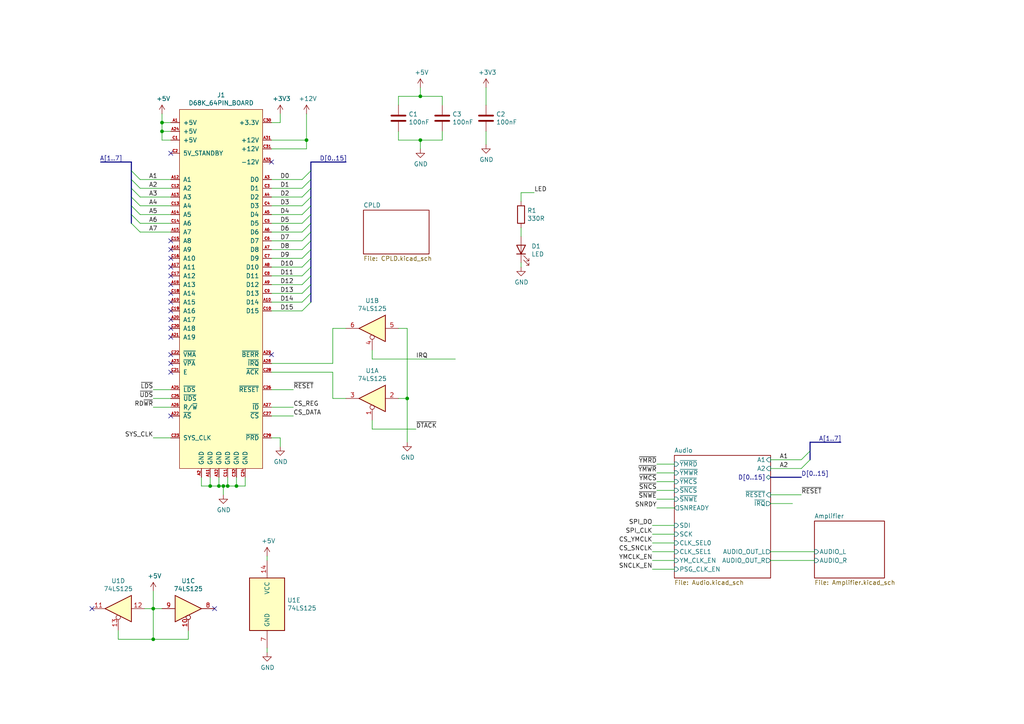
<source format=kicad_sch>
(kicad_sch (version 20211123) (generator eeschema)
  (paper "A4")
  (lib_symbols
    (symbol "74xx:74LS125" (pin_names (offset 1.016))
      (property "Reference" "U" (at 0 1.27 0))
      (property "Value" "74LS125" (at 0 -1.27 0))
      (symbol "74LS125_1_0"
        (polyline (pts (xy -3.81 3.81) (xy -3.81 -3.81) (xy 3.81 0) (xy -3.81 3.81)) (stroke (width 0.254)) (fill (type background)))
        (pin input inverted (at 0 -6.35 90) (length 4.445) (name "~") (number "1"))
        (pin input line (at -7.62 0 0) (length 3.81) (name "~") (number "2"))
        (pin tri_state line (at 7.62 0 180) (length 3.81) (name "~") (number "3"))
      )
      (symbol "74LS125_2_0"
        (polyline (pts (xy -3.81 3.81) (xy -3.81 -3.81) (xy 3.81 0) (xy -3.81 3.81)) (stroke (width 0.254)) (fill (type background)))
        (pin input inverted (at 0 -6.35 90) (length 4.445) (name "~") (number "4"))
        (pin input line (at -7.62 0 0) (length 3.81) (name "~") (number "5"))
        (pin tri_state line (at 7.62 0 180) (length 3.81) (name "~") (number "6"))
      )
      (symbol "74LS125_3_0"
        (polyline (pts (xy -3.81 3.81) (xy -3.81 -3.81) (xy 3.81 0) (xy -3.81 3.81)) (stroke (width 0.254)) (fill (type background)))
        (pin input inverted (at 0 -6.35 90) (length 4.445) (name "~") (number "10"))
        (pin tri_state line (at 7.62 0 180) (length 3.81) (name "~") (number "8"))
        (pin input line (at -7.62 0 0) (length 3.81) (name "~") (number "9"))
      )
      (symbol "74LS125_4_0"
        (polyline (pts (xy -3.81 3.81) (xy -3.81 -3.81) (xy 3.81 0) (xy -3.81 3.81)) (stroke (width 0.254)) (fill (type background)))
        (pin tri_state line (at 7.62 0 180) (length 3.81) (name "~") (number "11"))
        (pin input line (at -7.62 0 0) (length 3.81) (name "~") (number "12"))
        (pin input inverted (at 0 -6.35 90) (length 4.445) (name "~") (number "13"))
      )
      (symbol "74LS125_5_0"
        (pin power_in line (at 0 12.7 270) (length 5.08) (name "VCC") (number "14"))
        (pin power_in line (at 0 -12.7 90) (length 5.08) (name "GND") (number "7"))
      )
      (symbol "74LS125_5_1"
        (rectangle (start -5.08 7.62) (end 5.08 -7.62) (stroke (width 0.254)) (fill (type background)))
      )
    )
    (symbol "Ddraig:D68K_64PIN_BOARD" (pin_names (offset 1.016))
      (property "Reference" "J" (at -11.43 53.34 0))
      (property "Value" "D68K_64PIN_BOARD" (at -2.54 50.8 0))
      (symbol "D68K_64PIN_BOARD_0_1"
        (rectangle (start -12.7 48.26) (end 11.43 -55.88) (fill (type background)))
      )
      (symbol "D68K_64PIN_BOARD_1_1"
        (pin power_in line (at -15.24 44.45 0) (length 2.54) (name "+5V") (number "A1"))
        (pin bidirectional line (at 13.97 -7.62 180) (length 2.54) (name "D14") (number "A10"))
        (pin power_in line (at -3.81 -58.42 90) (length 2.54) (name "GND") (number "A11"))
        (pin output line (at -15.24 27.94 0) (length 2.54) (name "A1") (number "A12"))
        (pin output line (at -15.24 22.86 0) (length 2.54) (name "A3") (number "A13"))
        (pin output line (at -15.24 17.78 0) (length 2.54) (name "A5") (number "A14"))
        (pin output line (at -15.24 12.7 0) (length 2.54) (name "A7") (number "A15"))
        (pin output line (at -15.24 7.62 0) (length 2.54) (name "A9") (number "A16"))
        (pin output line (at -15.24 2.54 0) (length 2.54) (name "A11") (number "A17"))
        (pin output line (at -15.24 -2.54 0) (length 2.54) (name "A13") (number "A18"))
        (pin output line (at -15.24 -7.62 0) (length 2.54) (name "A15") (number "A19"))
        (pin power_in line (at -6.35 -58.42 90) (length 2.54) (name "GND") (number "A2"))
        (pin output line (at -15.24 -12.7 0) (length 2.54) (name "A17") (number "A20"))
        (pin output line (at -15.24 -17.78 0) (length 2.54) (name "A19") (number "A21"))
        (pin output line (at -15.24 -40.64 0) (length 2.54) (name "~{AS}") (number "A22"))
        (pin output line (at -15.24 -25.4 0) (length 2.54) (name "~{VPA}") (number "A23"))
        (pin power_in line (at -15.24 41.91 0) (length 2.54) (name "+5V") (number "A24"))
        (pin output line (at -15.24 -33.02 0) (length 2.54) (name "~{LDS}") (number "A25"))
        (pin output line (at -15.24 -38.1 0) (length 2.54) (name "R/~{W}") (number "A26"))
        (pin output line (at 13.97 -38.1 180) (length 2.54) (name "~{ID}") (number "A27"))
        (pin input line (at 13.97 -25.4 180) (length 2.54) (name "~{IRQ}") (number "A28"))
        (pin input line (at 13.97 -22.86 180) (length 2.54) (name "~{BERR}") (number "A29"))
        (pin bidirectional line (at 13.97 27.94 180) (length 2.54) (name "D0") (number "A3"))
        (pin power_in line (at 13.97 33.02 180) (length 2.54) (name "-12V") (number "A30"))
        (pin power_in line (at 13.97 39.37 180) (length 2.54) (name "+12V") (number "A31"))
        (pin power_in line (at -1.27 -58.42 90) (length 2.54) (name "GND") (number "A32"))
        (pin bidirectional line (at 13.97 22.86 180) (length 2.54) (name "D2") (number "A4"))
        (pin bidirectional line (at 13.97 17.78 180) (length 2.54) (name "D4") (number "A5"))
        (pin bidirectional line (at 13.97 12.7 180) (length 2.54) (name "D6") (number "A6"))
        (pin bidirectional line (at 13.97 7.62 180) (length 2.54) (name "D8") (number "A7"))
        (pin bidirectional line (at 13.97 2.54 180) (length 2.54) (name "D10") (number "A8"))
        (pin bidirectional line (at 13.97 -2.54 180) (length 2.54) (name "D12") (number "A9"))
        (pin power_in line (at -15.24 39.37 0) (length 2.54) (name "+5V") (number "C1"))
        (pin bidirectional line (at 13.97 -10.16 180) (length 2.54) (name "D15") (number "C10"))
        (pin power_in line (at 1.27 -58.42 90) (length 2.54) (name "GND") (number "C11"))
        (pin output line (at -15.24 25.4 0) (length 2.54) (name "A2") (number "C12"))
        (pin output line (at -15.24 20.32 0) (length 2.54) (name "A4") (number "C13"))
        (pin output line (at -15.24 15.24 0) (length 2.54) (name "A6") (number "C14"))
        (pin output line (at -15.24 10.16 0) (length 2.54) (name "A8") (number "C15"))
        (pin output line (at -15.24 5.08 0) (length 2.54) (name "A10") (number "C16"))
        (pin output line (at -15.24 0 0) (length 2.54) (name "A12") (number "C17"))
        (pin output line (at -15.24 -5.08 0) (length 2.54) (name "A14") (number "C18"))
        (pin output line (at -15.24 -10.16 0) (length 2.54) (name "A16") (number "C19"))
        (pin power_in line (at -15.24 35.56 0) (length 2.54) (name "5V_STANDBY") (number "C2"))
        (pin output line (at -15.24 -15.24 0) (length 2.54) (name "A18") (number "C20"))
        (pin output line (at -15.24 -27.94 0) (length 2.54) (name "E") (number "C21"))
        (pin output line (at -15.24 -22.86 0) (length 2.54) (name "~{VMA}") (number "C22"))
        (pin output line (at -15.24 -46.99 0) (length 2.54) (name "SYS_CLK") (number "C23"))
        (pin power_in line (at 6.35 -58.42 90) (length 2.54) (name "GND") (number "C24"))
        (pin output line (at -15.24 -35.56 0) (length 2.54) (name "~{UDS}") (number "C25"))
        (pin output line (at 13.97 -33.02 180) (length 2.54) (name "~{RESET}") (number "C26"))
        (pin output line (at 13.97 -40.64 180) (length 2.54) (name "~{CS}") (number "C27"))
        (pin input line (at 13.97 -27.94 180) (length 2.54) (name "~{ACK}") (number "C28"))
        (pin passive line (at 13.97 -46.99 180) (length 2.54) (name "~{PRD}") (number "C29"))
        (pin bidirectional line (at 13.97 25.4 180) (length 2.54) (name "D1") (number "C3"))
        (pin power_in line (at 13.97 44.45 180) (length 2.54) (name "+3.3V") (number "C30"))
        (pin power_in line (at 13.97 36.83 180) (length 2.54) (name "+12V") (number "C31"))
        (pin power_in line (at 3.81 -58.42 90) (length 2.54) (name "GND") (number "C32"))
        (pin bidirectional line (at 13.97 20.32 180) (length 2.54) (name "D3") (number "C4"))
        (pin bidirectional line (at 13.97 15.24 180) (length 2.54) (name "D5") (number "C5"))
        (pin bidirectional line (at 13.97 10.16 180) (length 2.54) (name "D7") (number "C6"))
        (pin bidirectional line (at 13.97 5.08 180) (length 2.54) (name "D9") (number "C7"))
        (pin bidirectional line (at 13.97 0 180) (length 2.54) (name "D11") (number "C8"))
        (pin bidirectional line (at 13.97 -5.08 180) (length 2.54) (name "D13") (number "C9"))
      )
    )
    (symbol "Device:C" (pin_numbers hide) (pin_names (offset 0.254))
      (property "Reference" "C" (at 0.635 2.54 0))
      (property "Value" "C" (at 0.635 -2.54 0))
      (symbol "C_0_1"
        (polyline (pts (xy -2.032 -0.762) (xy 2.032 -0.762)) (stroke (width 0.508)))
        (polyline (pts (xy -2.032 0.762) (xy 2.032 0.762)) (stroke (width 0.508)))
      )
      (symbol "C_1_1"
        (pin passive line (at 0 3.81 270) (length 2.794) (name "~") (number "1"))
        (pin passive line (at 0 -3.81 90) (length 2.794) (name "~") (number "2"))
      )
    )
    (symbol "Device:LED" (pin_numbers hide) (pin_names (offset 1.016) hide)
      (property "Reference" "D" (at 0 2.54 0))
      (property "Value" "LED" (at 0 -2.54 0))
      (symbol "LED_0_1"
        (polyline (pts (xy -1.27 -1.27) (xy -1.27 1.27)) (stroke (width 0.254)))
        (polyline (pts (xy -1.27 0) (xy 1.27 0)))
        (polyline (pts (xy 1.27 -1.27) (xy 1.27 1.27) (xy -1.27 0) (xy 1.27 -1.27)) (stroke (width 0.254)))
        (polyline (pts (xy -3.048 -0.762) (xy -4.572 -2.286) (xy -3.81 -2.286) (xy -4.572 -2.286) (xy -4.572 -1.524)))
        (polyline (pts (xy -1.778 -0.762) (xy -3.302 -2.286) (xy -2.54 -2.286) (xy -3.302 -2.286) (xy -3.302 -1.524)))
      )
      (symbol "LED_1_1"
        (pin passive line (at -3.81 0 0) (length 2.54) (name "K") (number "1"))
        (pin passive line (at 3.81 0 180) (length 2.54) (name "A") (number "2"))
      )
    )
    (symbol "Device:R" (pin_numbers hide) (pin_names (offset 0))
      (property "Reference" "R" (at 2.032 0 90))
      (property "Value" "R" (at 0 0 90))
      (symbol "R_0_1"
        (rectangle (start -1.016 -2.54) (end 1.016 2.54) (stroke (width 0.254)))
      )
      (symbol "R_1_1"
        (pin passive line (at 0 3.81 270) (length 1.27) (name "~") (number "1"))
        (pin passive line (at 0 -3.81 90) (length 1.27) (name "~") (number "2"))
      )
    )
    (symbol "power:+12V" (power) (pin_names (offset 0))
      (property "Value" "+12V" (at 0 3.556 0))
      (symbol "+12V_0_1"
        (polyline (pts (xy -0.762 1.27) (xy 0 2.54)))
        (polyline (pts (xy 0 0) (xy 0 2.54)))
        (polyline (pts (xy 0 2.54) (xy 0.762 1.27)))
      )
      (symbol "+12V_1_1"
        (pin power_in line (at 0 0 90) (length 0) hide (name "+12V") (number "1"))
      )
    )
    (symbol "power:+3V3" (power) (pin_names (offset 0))
      (property "Value" "+3V3" (at 0 3.556 0))
      (symbol "+3V3_0_1"
        (polyline (pts (xy -0.762 1.27) (xy 0 2.54)))
        (polyline (pts (xy 0 0) (xy 0 2.54)))
        (polyline (pts (xy 0 2.54) (xy 0.762 1.27)))
      )
      (symbol "+3V3_1_1"
        (pin power_in line (at 0 0 90) (length 0) hide (name "+3V3") (number "1"))
      )
    )
    (symbol "power:+5V" (power) (pin_names (offset 0))
      (property "Value" "+5V" (at 0 3.556 0))
      (symbol "+5V_0_1"
        (polyline (pts (xy -0.762 1.27) (xy 0 2.54)))
        (polyline (pts (xy 0 0) (xy 0 2.54)))
        (polyline (pts (xy 0 2.54) (xy 0.762 1.27)))
      )
      (symbol "+5V_1_1"
        (pin power_in line (at 0 0 90) (length 0) hide (name "+5V") (number "1"))
      )
    )
    (symbol "power:GND" (power) (pin_names (offset 0))
      (property "Value" "GND" (at 0 -3.81 0))
      (symbol "GND_0_1"
        (polyline (pts (xy 0 0) (xy 0 -1.27) (xy 1.27 -1.27) (xy 0 -2.54) (xy -1.27 -1.27) (xy 0 -1.27)))
      )
      (symbol "GND_1_1"
        (pin power_in line (at 0 0 270) (length 0) hide (name "GND") (number "1"))
      )
    )
  )
  (junction (at 46.99 38.1))
  (junction (at 63.5 140.97))
  (junction (at 60.96 140.97))
  (junction (at 118.11 115.57))
  (junction (at 44.45 185.42))
  (junction (at 68.58 140.97))
  (junction (at 44.45 176.53))
  (junction (at 88.9 40.64))
  (junction (at 66.04 140.97))
  (junction (at 121.92 27.94))
  (junction (at 121.92 40.64))
  (junction (at 46.99 35.56))
  (junction (at 64.77 140.97))
  (no_connect (at 49.53 77.47))
  (no_connect (at 49.53 95.25))
  (no_connect (at 49.53 102.87))
  (no_connect (at 49.53 97.79))
  (no_connect (at 78.74 102.87))
  (no_connect (at 62.23 176.53))
  (no_connect (at 49.53 74.93))
  (no_connect (at 49.53 107.95))
  (no_connect (at 26.67 176.53))
  (no_connect (at 49.53 92.71))
  (no_connect (at 49.53 120.65))
  (no_connect (at 49.53 72.39))
  (no_connect (at 49.53 80.01))
  (no_connect (at 49.53 85.09))
  (no_connect (at 49.53 44.45))
  (no_connect (at 78.74 46.99))
  (no_connect (at 49.53 82.55))
  (no_connect (at 49.53 87.63))
  (no_connect (at 49.53 90.17))
  (no_connect (at 49.53 69.85))
  (no_connect (at 49.53 105.41))
  (bus_entry (at 90.17 57.15) (size -2.54 2.54))
  (bus_entry (at 234.95 133.35) (size -2.54 2.54))
  (bus_entry (at 38.1 57.15) (size 2.54 2.54))
  (bus_entry (at 90.17 49.53) (size -2.54 2.54))
  (bus_entry (at 90.17 72.39) (size -2.54 2.54))
  (bus_entry (at 90.17 67.31) (size -2.54 2.54))
  (bus_entry (at 38.1 54.61) (size 2.54 2.54))
  (bus_entry (at 90.17 85.09) (size -2.54 2.54))
  (bus_entry (at 38.1 52.07) (size 2.54 2.54))
  (bus_entry (at 90.17 87.63) (size -2.54 2.54))
  (bus_entry (at 90.17 74.93) (size -2.54 2.54))
  (bus_entry (at 90.17 77.47) (size -2.54 2.54))
  (bus_entry (at 234.95 130.81) (size -2.54 2.54))
  (bus_entry (at 90.17 69.85) (size -2.54 2.54))
  (bus_entry (at 90.17 80.01) (size -2.54 2.54))
  (bus_entry (at 90.17 64.77) (size -2.54 2.54))
  (bus_entry (at 90.17 62.23) (size -2.54 2.54))
  (bus_entry (at 90.17 52.07) (size -2.54 2.54))
  (bus_entry (at 90.17 54.61) (size -2.54 2.54))
  (bus_entry (at 38.1 62.23) (size 2.54 2.54))
  (bus_entry (at 38.1 49.53) (size 2.54 2.54))
  (bus_entry (at 38.1 64.77) (size 2.54 2.54))
  (bus_entry (at 90.17 59.69) (size -2.54 2.54))
  (bus_entry (at 90.17 82.55) (size -2.54 2.54))
  (bus_entry (at 38.1 59.69) (size 2.54 2.54))
  (wire (pts (xy 107.95 104.14) (xy 132.08 104.14)))
  (bus (pts (xy 234.95 128.27) (xy 243.84 128.27)))
  (wire (pts (xy 87.63 69.85) (xy 78.74 69.85)))
  (wire (pts (xy 115.57 38.1) (xy 115.57 40.64)))
  (wire (pts (xy 49.53 62.23) (xy 40.64 62.23)))
  (wire (pts (xy 236.22 160.02) (xy 223.52 160.02)))
  (wire (pts (xy 66.04 140.97) (xy 68.58 140.97)))
  (bus (pts (xy 38.1 54.61) (xy 38.1 57.15)))
  (wire (pts (xy 58.42 138.43) (xy 58.42 140.97)))
  (bus (pts (xy 90.17 59.69) (xy 90.17 62.23)))
  (wire (pts (xy 151.13 77.47) (xy 151.13 76.2)))
  (wire (pts (xy 46.99 176.53) (xy 44.45 176.53)))
  (bus (pts (xy 90.17 80.01) (xy 90.17 82.55)))
  (wire (pts (xy 118.11 115.57) (xy 118.11 95.25)))
  (wire (pts (xy 87.63 57.15) (xy 78.74 57.15)))
  (wire (pts (xy 78.74 54.61) (xy 87.63 54.61)))
  (wire (pts (xy 190.5 142.24) (xy 195.58 142.24)))
  (wire (pts (xy 46.99 35.56) (xy 46.99 38.1)))
  (bus (pts (xy 38.1 49.53) (xy 38.1 52.07)))
  (wire (pts (xy 151.13 55.88) (xy 154.94 55.88)))
  (wire (pts (xy 78.74 120.65) (xy 85.09 120.65)))
  (wire (pts (xy 223.52 162.56) (xy 236.22 162.56)))
  (wire (pts (xy 58.42 140.97) (xy 60.96 140.97)))
  (wire (pts (xy 140.97 38.1) (xy 140.97 41.91)))
  (wire (pts (xy 151.13 58.42) (xy 151.13 55.88)))
  (wire (pts (xy 77.47 162.56) (xy 77.47 161.29)))
  (wire (pts (xy 77.47 189.23) (xy 77.47 187.96)))
  (wire (pts (xy 78.74 67.31) (xy 87.63 67.31)))
  (wire (pts (xy 49.53 35.56) (xy 46.99 35.56)))
  (bus (pts (xy 90.17 46.99) (xy 90.17 49.53)))
  (wire (pts (xy 78.74 113.03) (xy 85.09 113.03)))
  (wire (pts (xy 78.74 77.47) (xy 87.63 77.47)))
  (wire (pts (xy 115.57 115.57) (xy 118.11 115.57)))
  (wire (pts (xy 78.74 127) (xy 81.28 127)))
  (wire (pts (xy 46.99 40.64) (xy 49.53 40.64)))
  (wire (pts (xy 232.41 143.51) (xy 223.52 143.51)))
  (wire (pts (xy 49.53 127) (xy 44.45 127)))
  (wire (pts (xy 128.27 30.48) (xy 128.27 27.94)))
  (bus (pts (xy 90.17 82.55) (xy 90.17 85.09)))
  (wire (pts (xy 34.29 185.42) (xy 44.45 185.42)))
  (wire (pts (xy 232.41 135.89) (xy 223.52 135.89)))
  (wire (pts (xy 190.5 137.16) (xy 195.58 137.16)))
  (wire (pts (xy 190.5 147.32) (xy 195.58 147.32)))
  (wire (pts (xy 78.74 90.17) (xy 87.63 90.17)))
  (wire (pts (xy 78.74 52.07) (xy 87.63 52.07)))
  (wire (pts (xy 44.45 118.11) (xy 49.53 118.11)))
  (wire (pts (xy 189.23 165.1) (xy 195.58 165.1)))
  (wire (pts (xy 78.74 43.18) (xy 88.9 43.18)))
  (wire (pts (xy 88.9 40.64) (xy 88.9 33.02)))
  (wire (pts (xy 63.5 140.97) (xy 64.77 140.97)))
  (wire (pts (xy 68.58 138.43) (xy 68.58 140.97)))
  (wire (pts (xy 88.9 43.18) (xy 88.9 40.64)))
  (wire (pts (xy 49.53 67.31) (xy 40.64 67.31)))
  (bus (pts (xy 38.1 57.15) (xy 38.1 59.69)))
  (bus (pts (xy 90.17 64.77) (xy 90.17 67.31)))
  (wire (pts (xy 78.74 82.55) (xy 87.63 82.55)))
  (wire (pts (xy 40.64 64.77) (xy 49.53 64.77)))
  (wire (pts (xy 78.74 59.69) (xy 87.63 59.69)))
  (bus (pts (xy 90.17 52.07) (xy 90.17 54.61)))
  (wire (pts (xy 229.87 146.05) (xy 223.52 146.05)))
  (wire (pts (xy 120.65 124.46) (xy 107.95 124.46)))
  (bus (pts (xy 234.95 128.27) (xy 234.95 130.81)))
  (wire (pts (xy 78.74 72.39) (xy 87.63 72.39)))
  (bus (pts (xy 90.17 77.47) (xy 90.17 80.01)))
  (wire (pts (xy 195.58 162.56) (xy 189.23 162.56)))
  (bus (pts (xy 90.17 46.99) (xy 100.33 46.99)))
  (wire (pts (xy 189.23 154.94) (xy 195.58 154.94)))
  (wire (pts (xy 63.5 138.43) (xy 63.5 140.97)))
  (bus (pts (xy 90.17 54.61) (xy 90.17 57.15)))
  (wire (pts (xy 121.92 25.4) (xy 121.92 27.94)))
  (wire (pts (xy 40.64 59.69) (xy 49.53 59.69)))
  (bus (pts (xy 38.1 52.07) (xy 38.1 54.61)))
  (wire (pts (xy 68.58 140.97) (xy 71.12 140.97)))
  (wire (pts (xy 87.63 80.01) (xy 78.74 80.01)))
  (wire (pts (xy 44.45 185.42) (xy 54.61 185.42)))
  (wire (pts (xy 44.45 176.53) (xy 44.45 185.42)))
  (wire (pts (xy 140.97 25.4) (xy 140.97 30.48)))
  (bus (pts (xy 38.1 59.69) (xy 38.1 62.23)))
  (wire (pts (xy 107.95 124.46) (xy 107.95 121.92)))
  (wire (pts (xy 195.58 157.48) (xy 189.23 157.48)))
  (bus (pts (xy 234.95 130.81) (xy 234.95 133.35)))
  (bus (pts (xy 90.17 69.85) (xy 90.17 72.39)))
  (wire (pts (xy 78.74 64.77) (xy 87.63 64.77)))
  (bus (pts (xy 38.1 46.99) (xy 38.1 49.53)))
  (wire (pts (xy 71.12 140.97) (xy 71.12 138.43)))
  (bus (pts (xy 90.17 57.15) (xy 90.17 59.69)))
  (wire (pts (xy 121.92 27.94) (xy 128.27 27.94)))
  (wire (pts (xy 96.52 95.25) (xy 100.33 95.25)))
  (wire (pts (xy 121.92 40.64) (xy 128.27 40.64)))
  (wire (pts (xy 40.64 57.15) (xy 49.53 57.15)))
  (wire (pts (xy 115.57 27.94) (xy 121.92 27.94)))
  (wire (pts (xy 118.11 95.25) (xy 115.57 95.25)))
  (wire (pts (xy 78.74 40.64) (xy 88.9 40.64)))
  (wire (pts (xy 44.45 171.45) (xy 44.45 176.53)))
  (wire (pts (xy 78.74 35.56) (xy 81.28 35.56)))
  (wire (pts (xy 49.53 52.07) (xy 40.64 52.07)))
  (bus (pts (xy 90.17 85.09) (xy 90.17 87.63)))
  (wire (pts (xy 78.74 62.23) (xy 87.63 62.23)))
  (wire (pts (xy 87.63 85.09) (xy 78.74 85.09)))
  (wire (pts (xy 34.29 182.88) (xy 34.29 185.42)))
  (wire (pts (xy 60.96 138.43) (xy 60.96 140.97)))
  (wire (pts (xy 40.64 54.61) (xy 49.53 54.61)))
  (wire (pts (xy 128.27 38.1) (xy 128.27 40.64)))
  (bus (pts (xy 90.17 62.23) (xy 90.17 64.77)))
  (wire (pts (xy 81.28 35.56) (xy 81.28 33.02)))
  (bus (pts (xy 90.17 74.93) (xy 90.17 77.47)))
  (wire (pts (xy 96.52 105.41) (xy 96.52 95.25)))
  (wire (pts (xy 78.74 87.63) (xy 87.63 87.63)))
  (wire (pts (xy 66.04 138.43) (xy 66.04 140.97)))
  (wire (pts (xy 195.58 152.4) (xy 189.23 152.4)))
  (wire (pts (xy 81.28 127) (xy 81.28 129.54)))
  (wire (pts (xy 195.58 134.62) (xy 190.5 134.62)))
  (wire (pts (xy 87.63 74.93) (xy 78.74 74.93)))
  (wire (pts (xy 54.61 185.42) (xy 54.61 182.88)))
  (bus (pts (xy 38.1 46.99) (xy 29.21 46.99)))
  (wire (pts (xy 118.11 115.57) (xy 118.11 128.27)))
  (wire (pts (xy 60.96 140.97) (xy 63.5 140.97)))
  (wire (pts (xy 46.99 38.1) (xy 46.99 40.64)))
  (wire (pts (xy 64.77 140.97) (xy 66.04 140.97)))
  (wire (pts (xy 49.53 115.57) (xy 44.45 115.57)))
  (wire (pts (xy 46.99 33.02) (xy 46.99 35.56)))
  (bus (pts (xy 38.1 62.23) (xy 38.1 64.77)))
  (wire (pts (xy 78.74 105.41) (xy 96.52 105.41)))
  (wire (pts (xy 107.95 104.14) (xy 107.95 101.6)))
  (wire (pts (xy 96.52 107.95) (xy 96.52 115.57)))
  (wire (pts (xy 195.58 144.78) (xy 190.5 144.78)))
  (wire (pts (xy 232.41 133.35) (xy 223.52 133.35)))
  (wire (pts (xy 85.09 118.11) (xy 78.74 118.11)))
  (wire (pts (xy 121.92 43.18) (xy 121.92 40.64)))
  (wire (pts (xy 78.74 107.95) (xy 96.52 107.95)))
  (wire (pts (xy 64.77 143.51) (xy 64.77 140.97)))
  (wire (pts (xy 44.45 113.03) (xy 49.53 113.03)))
  (wire (pts (xy 195.58 139.7) (xy 190.5 139.7)))
  (bus (pts (xy 90.17 67.31) (xy 90.17 69.85)))
  (wire (pts (xy 115.57 30.48) (xy 115.57 27.94)))
  (wire (pts (xy 96.52 115.57) (xy 100.33 115.57)))
  (wire (pts (xy 189.23 160.02) (xy 195.58 160.02)))
  (wire (pts (xy 49.53 38.1) (xy 46.99 38.1)))
  (bus (pts (xy 90.17 49.53) (xy 90.17 52.07)))
  (wire (pts (xy 41.91 176.53) (xy 44.45 176.53)))
  (wire (pts (xy 151.13 68.58) (xy 151.13 66.04)))
  (bus (pts (xy 90.17 72.39) (xy 90.17 74.93)))
  (bus (pts (xy 232.41 138.43) (xy 223.52 138.43)))
  (wire (pts (xy 115.57 40.64) (xy 121.92 40.64)))
  (label "D11" (at 81.28 80.01 0))
  (label "A[1..7]" (at 35.56 46.99 180))
  (label "CS_SNCLK" (at 189.23 160.02 180))
  (label "A1" (at 228.6 133.35 180))
  (label "D1" (at 81.28 54.61 0))
  (label "A5" (at 43.18 62.23 0))
  (label "D0" (at 81.28 52.07 0))
  (label "D8" (at 81.28 72.39 0))
  (label "~{DTACK}" (at 120.65 124.46 0))
  (label "SNRDY" (at 190.5 147.32 180))
  (label "IRQ" (at 120.65 104.14 0))
  (label "CS_DATA" (at 85.09 120.65 0))
  (label "D15" (at 81.28 90.17 0))
  (label "A2" (at 43.18 54.61 0))
  (label "D6" (at 81.28 67.31 0))
  (label "D12" (at 81.28 82.55 0))
  (label "~{SNWE}" (at 190.5 144.78 180))
  (label "SPI_DO" (at 189.23 152.4 180))
  (label "YMCLK_EN" (at 189.23 162.56 180))
  (label "D10" (at 81.28 77.47 0))
  (label "A[1..7]" (at 237.49 128.27 0))
  (label "CS_YMCLK" (at 189.23 157.48 180))
  (label "D9" (at 81.28 74.93 0))
  (label "~{YMWR}" (at 190.5 137.16 180))
  (label "A7" (at 43.18 67.31 0))
  (label "D13" (at 81.28 85.09 0))
  (label "~{YMCS}" (at 190.5 139.7 180))
  (label "SYS_CLK" (at 44.45 127 180))
  (label "~{UDS}" (at 44.45 115.57 180))
  (label "RD~{WR}" (at 44.45 118.11 180))
  (label "SNCLK_EN" (at 189.23 165.1 180))
  (label "D7" (at 81.28 69.85 0))
  (label "A1" (at 43.18 52.07 0))
  (label "A2" (at 228.6 135.89 180))
  (label "LED" (at 154.94 55.88 0))
  (label "A6" (at 43.18 64.77 0))
  (label "~{YMRD}" (at 190.5 134.62 180))
  (label "~{RESET}" (at 232.41 143.51 0))
  (label "~{RESET}" (at 85.09 113.03 0))
  (label "D3" (at 81.28 59.69 0))
  (label "D5" (at 81.28 64.77 0))
  (label "~{SNCS}" (at 190.5 142.24 180))
  (label "SPI_CLK" (at 189.23 154.94 180))
  (label "D2" (at 81.28 57.15 0))
  (label "~{LDS}" (at 44.45 113.03 180))
  (label "D4" (at 81.28 62.23 0))
  (label "A3" (at 43.18 57.15 0))
  (label "CS_REG" (at 85.09 118.11 0))
  (label "D14" (at 81.28 87.63 0))
  (label "D[0..15]" (at 92.71 46.99 0))
  (label "D[0..15]" (at 232.41 138.43 0))
  (label "A4" (at 43.18 59.69 0))
  (symbol (lib_id "Ddraig:D68K_64PIN_BOARD") (at 64.77 80.01 0) (unit 1)
    (property "Reference" "J1" (at 64.135 27.559 0))
    (property "Value" "D68K_64PIN_BOARD" (at 64.135 29.8704 0))
    (property "Footprint" "Ddraig:DIN41612_C_2x32_Male_Horizontal_THT" (effects hide))
  )
  (symbol (lib_id "power:+5V") (at 46.99 33.02 0) (unit 1)
    (property "Reference" "#PWR02" (effects hide))
    (property "Value" "+5V" (at 47.371 28.6258 0))
  )
  (symbol (lib_id "power:+3V3") (at 81.28 33.02 0) (unit 1)
    (property "Reference" "#PWR06" (effects hide))
    (property "Value" "+3V3" (at 81.661 28.6258 0))
  )
  (symbol (lib_id "power:GND") (at 81.28 129.54 0) (unit 1)
    (property "Reference" "#PWR07" (effects hide))
    (property "Value" "GND" (at 81.407 133.9342 0))
  )
  (symbol (lib_id "power:GND") (at 64.77 143.51 0) (unit 1)
    (property "Reference" "#PWR03" (effects hide))
    (property "Value" "GND" (at 64.897 147.9042 0))
  )
  (symbol (lib_id "74xx:74LS125") (at 107.95 115.57 0) (mirror y) (unit 1)
    (property "Reference" "U1" (at 107.95 107.5182 0))
    (property "Value" "74LS125" (at 107.95 109.8296 0))
    (property "Footprint" "Package_DIP:DIP-14_W7.62mm_Socket" (effects hide))
    (property "Datasheet" "http://www.ti.com/lit/gpn/sn74LS125" (effects hide))
  )
  (symbol (lib_id "74xx:74LS125") (at 107.95 95.25 0) (mirror y) (unit 2)
    (property "Reference" "U1" (at 107.95 87.1982 0))
    (property "Value" "74LS125" (at 107.95 89.5096 0))
    (property "Footprint" "Package_DIP:DIP-14_W7.62mm_Socket" (effects hide))
    (property "Datasheet" "http://www.ti.com/lit/gpn/sn74LS125" (effects hide))
  )
  (symbol (lib_id "power:GND") (at 118.11 128.27 0) (unit 1)
    (property "Reference" "#PWR011" (effects hide))
    (property "Value" "GND" (at 118.237 132.6642 0))
  )
  (symbol (lib_id "74xx:74LS125") (at 54.61 176.53 0) (unit 3)
    (property "Reference" "U1" (at 54.61 168.4782 0))
    (property "Value" "74LS125" (at 54.61 170.7896 0))
    (property "Footprint" "Package_DIP:DIP-14_W7.62mm_Socket" (effects hide))
    (property "Datasheet" "http://www.ti.com/lit/gpn/sn74LS125" (effects hide))
  )
  (symbol (lib_id "74xx:74LS125") (at 34.29 176.53 0) (mirror y) (unit 4)
    (property "Reference" "U1" (at 34.29 168.4782 0))
    (property "Value" "74LS125" (at 34.29 170.7896 0))
    (property "Footprint" "Package_DIP:DIP-14_W7.62mm_Socket" (effects hide))
    (property "Datasheet" "http://www.ti.com/lit/gpn/sn74LS125" (effects hide))
  )
  (symbol (lib_id "74xx:74LS125") (at 77.47 175.26 0) (unit 5)
    (property "Reference" "U1" (at 83.312 174.0916 0) (effects (justify left)))
    (property "Value" "74LS125" (at 83.312 176.403 0) (effects (justify left)))
    (property "Footprint" "Package_DIP:DIP-14_W7.62mm_Socket" (effects hide))
    (property "Datasheet" "http://www.ti.com/lit/gpn/sn74LS125" (effects hide))
  )
  (symbol (lib_id "power:GND") (at 77.47 189.23 0) (unit 1)
    (property "Reference" "#PWR05" (effects hide))
    (property "Value" "GND" (at 77.597 193.6242 0))
  )
  (symbol (lib_id "power:+5V") (at 77.47 161.29 0) (unit 1)
    (property "Reference" "#PWR04" (effects hide))
    (property "Value" "+5V" (at 77.851 156.8958 0))
  )
  (symbol (lib_id "power:+5V") (at 44.45 171.45 0) (unit 1)
    (property "Reference" "#PWR01" (effects hide))
    (property "Value" "+5V" (at 44.831 167.0558 0))
  )
  (symbol (lib_id "Device:C") (at 140.97 34.29 0) (unit 1)
    (property "Reference" "C2" (at 143.891 33.1216 0) (effects (justify left)))
    (property "Value" "100nF" (at 143.891 35.433 0) (effects (justify left)))
    (property "Footprint" "Capacitor_THT:C_Disc_D5.0mm_W2.5mm_P2.50mm" (effects hide))
  )
  (symbol (lib_id "Device:C") (at 128.27 34.29 0) (unit 1)
    (property "Reference" "C3" (at 131.191 33.1216 0) (effects (justify left)))
    (property "Value" "100nF" (at 131.191 35.433 0) (effects (justify left)))
    (property "Footprint" "Capacitor_THT:C_Disc_D5.0mm_W2.5mm_P2.50mm" (effects hide))
  )
  (symbol (lib_id "Device:C") (at 115.57 34.29 0) (unit 1)
    (property "Reference" "C1" (at 118.491 33.1216 0) (effects (justify left)))
    (property "Value" "100nF" (at 118.491 35.433 0) (effects (justify left)))
    (property "Footprint" "Capacitor_THT:C_Disc_D5.0mm_W2.5mm_P2.50mm" (effects hide))
  )
  (symbol (lib_id "power:GND") (at 121.92 43.18 0) (unit 1)
    (property "Reference" "#PWR010" (effects hide))
    (property "Value" "GND" (at 122.047 47.5742 0))
  )
  (symbol (lib_id "power:+5V") (at 121.92 25.4 0) (unit 1)
    (property "Reference" "#PWR09" (effects hide))
    (property "Value" "+5V" (at 122.301 21.0058 0))
  )
  (symbol (lib_id "Device:R") (at 151.13 62.23 0) (unit 1)
    (property "Reference" "R1" (at 152.908 61.0616 0) (effects (justify left)))
    (property "Value" "330R" (at 152.908 63.373 0) (effects (justify left)))
    (property "Footprint" "Resistor_THT:R_Axial_DIN0207_L6.3mm_D2.5mm_P10.16mm_Horizontal" (effects hide))
  )
  (symbol (lib_id "Device:LED") (at 151.13 72.39 90) (unit 1)
    (property "Reference" "D1" (at 154.1272 71.3994 90) (effects (justify right)))
    (property "Value" "LED" (at 154.1272 73.7108 90) (effects (justify right)))
    (property "Footprint" "LED_THT:LED_D5.0mm_Clear" (effects hide))
  )
  (symbol (lib_id "power:GND") (at 151.13 77.47 0) (unit 1)
    (property "Reference" "#PWR012" (effects hide))
    (property "Value" "GND" (at 151.257 81.8642 0))
  )
  (symbol (lib_id "power:GND") (at 140.97 41.91 0) (unit 1)
    (property "Reference" "#PWR0114" (effects hide))
    (property "Value" "GND" (at 141.097 46.3042 0))
  )
  (symbol (lib_id "power:+3V3") (at 140.97 25.4 0) (unit 1)
    (property "Reference" "#PWR0115" (effects hide))
    (property "Value" "+3V3" (at 141.351 21.0058 0))
  )
  (symbol (lib_id "power:+12V") (at 88.9 33.02 0) (unit 1)
    (property "Reference" "#PWR08" (effects hide))
    (property "Value" "+12V" (at 89.281 28.6258 0))
  )
  (sheet (at 236.22 151.13) (size 20.32 16.51)
    (property "Sheet name" "Amplifier" (at 236.22 150.4184 0) (effects (justify left bottom)))
    (property "Sheet file" "Amplifier.kicad_sch" (at 236.22 168.2246 0) (effects (justify left top)))
    (pin "AUDIO_L" input (at 236.22 160.02 180))
    (pin "AUDIO_R" input (at 236.22 162.56 180))
  )
  (sheet (at 195.58 132.08) (size 27.94 35.56)
    (property "Sheet name" "Audio" (at 195.58 131.3684 0) (effects (justify left bottom)))
    (property "Sheet file" "Audio.kicad_sch" (at 195.58 168.2246 0) (effects (justify left top)))
    (pin "SDI" input (at 195.58 152.4 180))
    (pin "SCK" input (at 195.58 154.94 180))
    (pin "CLK_SEL0" input (at 195.58 157.48 180))
    (pin "CLK_SEL1" input (at 195.58 160.02 180))
    (pin "PSG_CLK_EN" input (at 195.58 165.1 180))
    (pin "YM_CLK_EN" input (at 195.58 162.56 180))
    (pin "A1" input (at 223.52 133.35 0))
    (pin "A2" input (at 223.52 135.89 0))
    (pin "~{YMCS}" input (at 195.58 139.7 180))
    (pin "~{YMWR}" input (at 195.58 137.16 180))
    (pin "~{YMRD}" input (at 195.58 134.62 180))
    (pin "~{SNCS}" input (at 195.58 142.24 180))
    (pin "~{SNWE}" input (at 195.58 144.78 180))
    (pin "SNREADY" output (at 195.58 147.32 180))
    (pin "~{RESET}" input (at 223.52 143.51 0))
    (pin "~{IRQ}" output (at 223.52 146.05 0))
    (pin "AUDIO_OUT_L" output (at 223.52 160.02 0))
    (pin "AUDIO_OUT_R" output (at 223.52 162.56 0))
    (pin "D[0..15]" bidirectional (at 223.52 138.43 0))
  )
  (sheet (at 105.41 60.96) (size 19.05 12.7) (stroke (width 0.1524))
    (property "Sheet name" "CPLD" (at 105.41 60.2484 0) (effects (justify left bottom)))
    (property "Sheet file" "CPLD.kicad_sch" (at 105.41 74.2446 0) (effects (justify left top)))
  )
)
</source>
